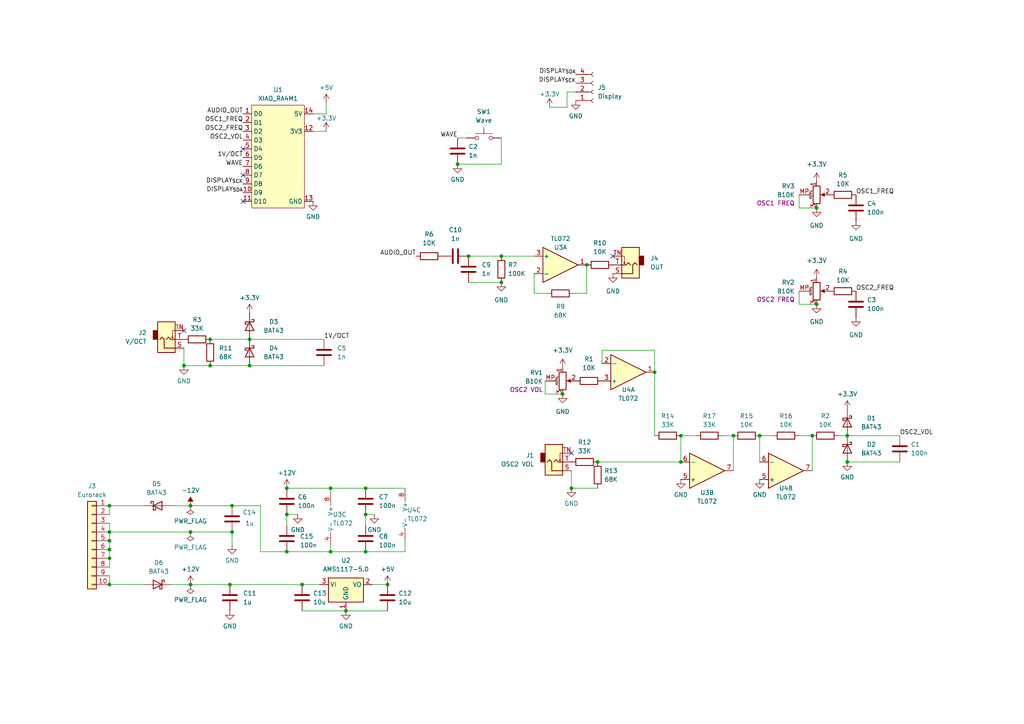
<source format=kicad_sch>
(kicad_sch (version 20231120) (generator "eeschema") (generator_version "8.0")
  (paper "A4")
  (lib_symbols
    (symbol "Amplifier_Operational:TL072" (pin_names (offset 0.127))
      (property "Reference" "U" (at 0 5.08 0))
      (property "Value" "TL072" (at 0 -5.08 0))
      (symbol "TL072_1_1"
        (polyline (pts (xy -5.08 5.08) (xy 5.08 0) (xy -5.08 -5.08) (xy -5.08 5.08)) (stroke (width 0.254)) (fill (type background)))
        (pin output line (at 7.62 0 180) (length 2.54) (name "~") (number "1"))
        (pin input line (at -7.62 -2.54 0) (length 2.54) (name "-") (number "2"))
        (pin input line (at -7.62 2.54 0) (length 2.54) (name "+") (number "3"))
      )
      (symbol "TL072_2_1"
        (polyline (pts (xy -5.08 5.08) (xy 5.08 0) (xy -5.08 -5.08) (xy -5.08 5.08)) (stroke (width 0.254)) (fill (type background)))
        (pin input line (at -7.62 2.54 0) (length 2.54) (name "+") (number "5"))
        (pin input line (at -7.62 -2.54 0) (length 2.54) (name "-") (number "6"))
        (pin output line (at 7.62 0 180) (length 2.54) (name "~") (number "7"))
      )
      (symbol "TL072_3_1"
        (pin power_in line (at -2.54 -7.62 90) (length 3.81) (name "V-") (number "4"))
        (pin power_in line (at -2.54 7.62 270) (length 3.81) (name "V+") (number "8"))
      )
    )
    (symbol "Connector:Conn_01x04_Socket" (pin_names (offset 1.016) hide)
      (property "Reference" "J" (at 0 5.08 0))
      (property "Value" "Conn_01x04_Socket" (at 0 -7.62 0))
      (symbol "Conn_01x04_Socket_1_1"
        (arc (start 0 -4.572) (mid -0.5058 -5.08) (end 0 -5.588) (stroke (width 0.1524)))
        (arc (start 0 -2.032) (mid -0.5058 -2.54) (end 0 -3.048) (stroke (width 0.1524)))
        (polyline (pts (xy -1.27 -5.08) (xy -0.508 -5.08)) (stroke (width 0.1524)))
        (polyline (pts (xy -1.27 -2.54) (xy -0.508 -2.54)) (stroke (width 0.1524)))
        (polyline (pts (xy -1.27 0) (xy -0.508 0)) (stroke (width 0.1524)))
        (polyline (pts (xy -1.27 2.54) (xy -0.508 2.54)) (stroke (width 0.1524)))
        (arc (start 0 0.508) (mid -0.5058 0) (end 0 -0.508) (stroke (width 0.1524)))
        (arc (start 0 3.048) (mid -0.5058 2.54) (end 0 2.032) (stroke (width 0.1524)))
        (pin passive line (at -5.08 2.54 0) (length 3.81) (name "Pin_1") (number "1"))
        (pin passive line (at -5.08 0 0) (length 3.81) (name "Pin_2") (number "2"))
        (pin passive line (at -5.08 -2.54 0) (length 3.81) (name "Pin_3") (number "3"))
        (pin passive line (at -5.08 -5.08 0) (length 3.81) (name "Pin_4") (number "4"))
      )
    )
    (symbol "Connector_Audio:AudioJack2_SwitchT"
      (property "Reference" "J" (at 0 8.89 0))
      (property "Value" "AudioJack2_SwitchT" (at 0 6.35 0))
      (symbol "AudioJack2_SwitchT_0_1"
        (rectangle (start -2.54 0) (end -3.81 -2.54) (stroke (width 0.254)) (fill (type outline)))
        (polyline (pts (xy 1.778 -0.254) (xy 2.032 -0.762)))
        (polyline (pts (xy 0 0) (xy 0.635 -0.635) (xy 1.27 0) (xy 2.54 0)) (stroke (width 0.254)))
        (polyline (pts (xy 2.54 -2.54) (xy 1.778 -2.54) (xy 1.778 -0.254) (xy 1.524 -0.762)))
        (polyline (pts (xy 2.54 2.54) (xy -0.635 2.54) (xy -0.635 0) (xy -1.27 -0.635) (xy -1.905 0)) (stroke (width 0.254)))
        (rectangle (start 2.54 3.81) (end -2.54 -5.08) (stroke (width 0.254)) (fill (type background)))
      )
      (symbol "AudioJack2_SwitchT_1_1"
        (pin passive line (at 5.08 2.54 180) (length 2.54) (name "~") (number "S"))
        (pin passive line (at 5.08 0 180) (length 2.54) (name "~") (number "T"))
        (pin passive line (at 5.08 -2.54 180) (length 2.54) (name "~") (number "TN"))
      )
    )
    (symbol "Connector_Generic:Conn_01x10" (pin_names (offset 1.016) hide)
      (property "Reference" "J" (at 0 12.7 0))
      (property "Value" "Conn_01x10" (at 0 -15.24 0))
      (symbol "Conn_01x10_1_1"
        (rectangle (start -1.27 -12.573) (end 0 -12.827) (stroke (width 0.1524)))
        (rectangle (start -1.27 -10.033) (end 0 -10.287) (stroke (width 0.1524)))
        (rectangle (start -1.27 -7.493) (end 0 -7.747) (stroke (width 0.1524)))
        (rectangle (start -1.27 -4.953) (end 0 -5.207) (stroke (width 0.1524)))
        (rectangle (start -1.27 -2.413) (end 0 -2.667) (stroke (width 0.1524)))
        (rectangle (start -1.27 0.127) (end 0 -0.127) (stroke (width 0.1524)))
        (rectangle (start -1.27 2.667) (end 0 2.413) (stroke (width 0.1524)))
        (rectangle (start -1.27 5.207) (end 0 4.953) (stroke (width 0.1524)))
        (rectangle (start -1.27 7.747) (end 0 7.493) (stroke (width 0.1524)))
        (rectangle (start -1.27 10.287) (end 0 10.033) (stroke (width 0.1524)))
        (rectangle (start -1.27 11.43) (end 1.27 -13.97) (stroke (width 0.254)) (fill (type background)))
        (pin passive line (at -5.08 10.16 0) (length 3.81) (name "Pin_1") (number "1"))
        (pin passive line (at -5.08 -12.7 0) (length 3.81) (name "Pin_10") (number "10"))
        (pin passive line (at -5.08 7.62 0) (length 3.81) (name "Pin_2") (number "2"))
        (pin passive line (at -5.08 5.08 0) (length 3.81) (name "Pin_3") (number "3"))
        (pin passive line (at -5.08 2.54 0) (length 3.81) (name "Pin_4") (number "4"))
        (pin passive line (at -5.08 0 0) (length 3.81) (name "Pin_5") (number "5"))
        (pin passive line (at -5.08 -2.54 0) (length 3.81) (name "Pin_6") (number "6"))
        (pin passive line (at -5.08 -5.08 0) (length 3.81) (name "Pin_7") (number "7"))
        (pin passive line (at -5.08 -7.62 0) (length 3.81) (name "Pin_8") (number "8"))
        (pin passive line (at -5.08 -10.16 0) (length 3.81) (name "Pin_9") (number "9"))
      )
    )
    (symbol "Device:C" (pin_numbers hide) (pin_names (offset 0.254))
      (property "Reference" "C" (at 0.635 2.54 0))
      (property "Value" "C" (at 0.635 -2.54 0))
      (symbol "C_0_1"
        (polyline (pts (xy -2.032 -0.762) (xy 2.032 -0.762)) (stroke (width 0.508)))
        (polyline (pts (xy -2.032 0.762) (xy 2.032 0.762)) (stroke (width 0.508)))
      )
      (symbol "C_1_1"
        (pin passive line (at 0 3.81 270) (length 2.794) (name "~") (number "1"))
        (pin passive line (at 0 -3.81 90) (length 2.794) (name "~") (number "2"))
      )
    )
    (symbol "Device:R" (pin_numbers hide) (pin_names (offset 0))
      (property "Reference" "R" (at 2.032 0 90))
      (property "Value" "R" (at 0 0 90))
      (symbol "R_0_1"
        (rectangle (start -1.016 -2.54) (end 1.016 2.54) (stroke (width 0.254)))
      )
      (symbol "R_1_1"
        (pin passive line (at 0 3.81 270) (length 1.27) (name "~") (number "1"))
        (pin passive line (at 0 -3.81 90) (length 1.27) (name "~") (number "2"))
      )
    )
    (symbol "Device:R_Potentiometer_MountingPin" (pin_names (offset 1.016) hide)
      (property "Reference" "RV" (at -8.255 0 90))
      (property "Value" "R_Potentiometer_MountingPin" (at -6.35 0 90))
      (symbol "R_Potentiometer_MountingPin_0_1"
        (polyline (pts (xy 2.54 0) (xy 1.524 0)))
        (polyline (pts (xy 1.143 0) (xy 2.286 0.508) (xy 2.286 -0.508)) (fill (type outline)))
        (rectangle (start 1.016 2.54) (end -1.016 -2.54) (stroke (width 0.254)))
      )
      (symbol "R_Potentiometer_MountingPin_1_1"
        (polyline (pts (xy -2.032 1.016) (xy -2.032 -1.016)) (stroke (width 0.1524)))
        (text "Mounting" (at -1.651 0 900) (effects (font (size 0.381 0.381))))
        (pin passive line (at 0 3.81 270) (length 1.27) (name "1") (number "1"))
        (pin passive line (at 3.81 0 180) (length 1.27) (name "2") (number "2"))
        (pin passive line (at 0 -3.81 90) (length 1.27) (name "3") (number "3"))
        (pin passive line (at -5.08 0 0) (length 3.048) (name "MountPin") (number "MP"))
      )
    )
    (symbol "Diode:BAT43W-V" (pin_numbers hide) (pin_names (offset 1.016) hide)
      (property "Reference" "D" (at 0 2.54 0))
      (property "Value" "BAT43W-V" (at 0 -2.54 0))
      (symbol "BAT43W-V_0_1"
        (polyline (pts (xy 1.27 0) (xy -1.27 0)))
        (polyline (pts (xy 1.27 1.27) (xy 1.27 -1.27) (xy -1.27 0) (xy 1.27 1.27)) (stroke (width 0.254)))
        (polyline (pts (xy -1.905 0.635) (xy -1.905 1.27) (xy -1.27 1.27) (xy -1.27 -1.27) (xy -0.635 -1.27) (xy -0.635 -0.635)) (stroke (width 0.254)))
      )
      (symbol "BAT43W-V_1_1"
        (pin passive line (at -3.81 0 0) (length 2.54) (name "K") (number "1"))
        (pin passive line (at 3.81 0 180) (length 2.54) (name "A") (number "2"))
      )
    )
    (symbol "PCM_4ms_Power-symbol:+3.3V" (power) (pin_names (offset 0))
      (property "Value" "+3.3V" (at 0 3.556 0))
      (symbol "+3.3V_0_1"
        (polyline (pts (xy -0.762 1.27) (xy 0 2.54)))
        (polyline (pts (xy 0 0) (xy 0 2.54)))
        (polyline (pts (xy 0 2.54) (xy 0.762 1.27)))
      )
      (symbol "+3.3V_1_1"
        (pin power_in line (at 0 0 90) (length 0) hide (name "+3V3") (number "1"))
      )
    )
    (symbol "PCM_4ms_Power-symbol:PWR_FLAG" (power) (pin_numbers hide) (pin_names (offset 0) hide)
      (property "Value" "PWR_FLAG" (at 0 3.81 0))
      (symbol "PWR_FLAG_0_0"
        (pin power_out line (at 0 0 90) (length 0) (name "pwr") (number "1"))
      )
      (symbol "PWR_FLAG_0_1"
        (polyline (pts (xy 0 0) (xy 0 1.27) (xy -1.016 1.905) (xy 0 2.54) (xy 1.016 1.905) (xy 0 1.27)))
      )
    )
    (symbol "Regulator_Linear:AMS1117-5.0"
      (property "Reference" "U" (at -3.81 3.175 0))
      (property "Value" "AMS1117-5.0" (at 0 3.175 0))
      (symbol "AMS1117-5.0_0_1"
        (rectangle (start -5.08 -5.08) (end 5.08 1.905) (stroke (width 0.254)) (fill (type background)))
      )
      (symbol "AMS1117-5.0_1_1"
        (pin power_in line (at 0 -7.62 90) (length 2.54) (name "GND") (number "1"))
        (pin power_out line (at 7.62 0 180) (length 2.54) (name "VO") (number "2"))
        (pin power_in line (at -7.62 0 0) (length 2.54) (name "VI") (number "3"))
      )
    )
    (symbol "Switch:SW_Push" (pin_numbers hide) (pin_names (offset 1.016) hide)
      (property "Reference" "SW" (at 1.27 2.54 0))
      (property "Value" "SW_Push" (at 0 -1.524 0))
      (symbol "SW_Push_0_1"
        (circle (center -2.032 0) (radius 0.508))
        (polyline (pts (xy 0 1.27) (xy 0 3.048)))
        (polyline (pts (xy 2.54 1.27) (xy -2.54 1.27)))
        (circle (center 2.032 0) (radius 0.508))
        (pin passive line (at -5.08 0 0) (length 2.54) (name "1") (number "1"))
        (pin passive line (at 5.08 0 180) (length 2.54) (name "2") (number "2"))
      )
    )
    (symbol "Symbols:XIAO_RA4M1_Basic"
      (property "Reference" "U" (at 10.16 7.112 0))
      (property "Value" "XIAO_RA4M1_Basic" (at 10.414 4.318 0))
      (symbol "XIAO_RA4M1_Basic_1_1"
        (rectangle (start 2.54 2.54) (end 17.78 -27.305) (fill (type background)))
        (pin bidirectional line (at 0 0 0) (length 2.54) (name "D0") (number "1"))
        (pin bidirectional line (at 0 -22.86 0) (length 2.54) (name "D9") (number "10"))
        (pin bidirectional line (at 0 -25.4 0) (length 2.54) (name "D10") (number "11"))
        (pin power_out line (at 20.32 -5.08 180) (length 2.54) (name "3V3") (number "12"))
        (pin power_in line (at 20.32 -25.4 180) (length 2.54) (name "GND") (number "13"))
        (pin power_in line (at 20.32 0 180) (length 2.54) (name "5V") (number "14"))
        (pin bidirectional line (at 0 -2.54 0) (length 2.54) (name "D1") (number "2"))
        (pin bidirectional line (at 0 -5.08 0) (length 2.54) (name "D2") (number "3"))
        (pin bidirectional line (at 0 -7.62 0) (length 2.54) (name "D3") (number "4"))
        (pin bidirectional line (at 0 -10.16 0) (length 2.54) (name "D4") (number "5"))
        (pin bidirectional line (at 0 -12.7 0) (length 2.54) (name "D5") (number "6"))
        (pin bidirectional line (at 0 -15.24 0) (length 2.54) (name "D6") (number "7"))
        (pin bidirectional line (at 0 -17.78 0) (length 2.54) (name "D7") (number "8"))
        (pin bidirectional line (at 0 -20.32 0) (length 2.54) (name "D8") (number "9"))
      )
    )
    (symbol "power:+12V" (power) (pin_numbers hide) (pin_names (offset 0) hide)
      (property "Value" "+12V" (at 0 3.556 0))
      (symbol "+12V_0_1"
        (polyline (pts (xy -0.762 1.27) (xy 0 2.54)))
        (polyline (pts (xy 0 0) (xy 0 2.54)))
        (polyline (pts (xy 0 2.54) (xy 0.762 1.27)))
      )
      (symbol "+12V_1_1"
        (pin power_in line (at 0 0 90) (length 0) (name "~") (number "1"))
      )
    )
    (symbol "power:+3.3V" (power) (pin_numbers hide) (pin_names (offset 0) hide)
      (property "Value" "+3.3V" (at 0 3.556 0))
      (symbol "+3.3V_0_1"
        (polyline (pts (xy -0.762 1.27) (xy 0 2.54)))
        (polyline (pts (xy 0 0) (xy 0 2.54)))
        (polyline (pts (xy 0 2.54) (xy 0.762 1.27)))
      )
      (symbol "+3.3V_1_1"
        (pin power_in line (at 0 0 90) (length 0) (name "~") (number "1"))
      )
    )
    (symbol "power:+5V" (power) (pin_numbers hide) (pin_names (offset 0) hide)
      (property "Value" "+5V" (at 0 3.556 0))
      (symbol "+5V_0_1"
        (polyline (pts (xy -0.762 1.27) (xy 0 2.54)))
        (polyline (pts (xy 0 0) (xy 0 2.54)))
        (polyline (pts (xy 0 2.54) (xy 0.762 1.27)))
      )
      (symbol "+5V_1_1"
        (pin power_in line (at 0 0 90) (length 0) (name "~") (number "1"))
      )
    )
    (symbol "power:-12V" (power) (pin_numbers hide) (pin_names (offset 0) hide)
      (property "Value" "-12V" (at 0 3.556 0))
      (symbol "-12V_0_0"
        (pin power_in line (at 0 0 90) (length 0) (name "~") (number "1"))
      )
      (symbol "-12V_0_1"
        (polyline (pts (xy 0 0) (xy 0 1.27) (xy 0.762 1.27) (xy 0 2.54) (xy -0.762 1.27) (xy 0 1.27)) (fill (type outline)))
      )
    )
    (symbol "power:GND" (power) (pin_numbers hide) (pin_names (offset 0) hide)
      (property "Value" "GND" (at 0 -3.81 0))
      (symbol "GND_0_1"
        (polyline (pts (xy 0 0) (xy 0 -1.27) (xy 1.27 -1.27) (xy 0 -2.54) (xy -1.27 -1.27) (xy 0 -1.27)))
      )
      (symbol "GND_1_1"
        (pin power_in line (at 0 0 270) (length 0) (name "~") (number "1"))
      )
    )
  )
  (junction (at 106.045 160.02))
  (junction (at 83.185 160.02))
  (junction (at 95.885 160.02))
  (junction (at 173.355 133.985))
  (junction (at 236.855 88.265))
  (junction (at 135.89 74.295))
  (junction (at 165.735 141.605))
  (junction (at 106.045 141.605))
  (junction (at 60.96 106.045))
  (junction (at 31.75 159.385))
  (junction (at 55.245 146.685))
  (junction (at 163.195 114.3))
  (junction (at 197.485 133.985))
  (junction (at 145.415 74.295))
  (junction (at 100.33 177.165))
  (junction (at 212.725 126.365))
  (junction (at 87.63 169.545))
  (junction (at 235.585 126.365))
  (junction (at 236.855 60.325))
  (junction (at 245.745 126.365))
  (junction (at 67.31 154.305))
  (junction (at 55.245 154.305))
  (junction (at 67.31 146.685))
  (junction (at 60.96 98.425))
  (junction (at 31.75 161.925))
  (junction (at 245.745 133.985))
  (junction (at 189.865 107.95))
  (junction (at 53.34 106.045))
  (junction (at 112.395 169.545))
  (junction (at 31.75 156.845))
  (junction (at 106.045 149.225))
  (junction (at 66.675 169.545))
  (junction (at 72.39 106.045))
  (junction (at 55.245 169.545))
  (junction (at 72.39 98.425))
  (junction (at 83.185 141.605))
  (junction (at 220.345 126.365))
  (junction (at 83.185 149.225))
  (junction (at 170.18 76.835))
  (junction (at 95.885 141.605))
  (junction (at 31.75 169.545))
  (junction (at 132.715 47.625))
  (junction (at 145.415 81.915))
  (junction (at 31.75 154.305))
  (junction (at 31.75 146.685))
  (junction (at 197.485 126.365))
  (no_connect (at 70.485 50.8))
  (no_connect (at 70.485 43.18))
  (no_connect (at 177.8 74.295))
  (no_connect (at 165.735 131.445))
  (no_connect (at 53.34 95.885))
  (no_connect (at 70.485 58.42))
  (wire (pts (xy 31.75 154.305) (xy 31.75 156.845)))
  (wire (pts (xy 154.94 85.09) (xy 158.75 85.09)))
  (wire (pts (xy 197.485 126.365) (xy 201.93 126.365)))
  (wire (pts (xy 55.245 169.545) (xy 66.675 169.545)))
  (wire (pts (xy 55.245 146.685) (xy 67.31 146.685)))
  (wire (pts (xy 95.885 158.115) (xy 95.885 160.02)))
  (wire (pts (xy 197.485 133.985) (xy 173.355 133.985)))
  (wire (pts (xy 231.775 56.515) (xy 231.775 60.325)))
  (wire (pts (xy 106.045 160.02) (xy 117.475 160.02)))
  (wire (pts (xy 132.715 40.005) (xy 135.255 40.005)))
  (wire (pts (xy 117.475 141.605) (xy 106.045 141.605)))
  (wire (pts (xy 75.565 146.685) (xy 67.31 146.685)))
  (wire (pts (xy 94.615 33.02) (xy 94.615 29.845)))
  (wire (pts (xy 106.045 149.225) (xy 106.045 152.4)))
  (wire (pts (xy 164.465 31.115) (xy 164.465 26.67)))
  (wire (pts (xy 231.775 60.325) (xy 236.855 60.325)))
  (wire (pts (xy 170.18 85.09) (xy 170.18 76.835)))
  (wire (pts (xy 231.775 126.365) (xy 235.585 126.365)))
  (wire (pts (xy 159.385 31.115) (xy 164.465 31.115)))
  (wire (pts (xy 86.36 149.225) (xy 83.185 149.225)))
  (wire (pts (xy 243.205 126.365) (xy 245.745 126.365)))
  (wire (pts (xy 90.805 38.1) (xy 94.615 38.1)))
  (wire (pts (xy 67.31 158.115) (xy 67.31 154.305)))
  (wire (pts (xy 107.95 169.545) (xy 112.395 169.545)))
  (wire (pts (xy 31.75 146.685) (xy 31.75 149.225)))
  (wire (pts (xy 231.775 88.265) (xy 236.855 88.265)))
  (wire (pts (xy 95.885 141.605) (xy 95.885 142.875)))
  (wire (pts (xy 117.475 156.845) (xy 117.475 160.02)))
  (wire (pts (xy 75.565 160.02) (xy 75.565 146.685)))
  (wire (pts (xy 166.37 85.09) (xy 170.18 85.09)))
  (wire (pts (xy 53.34 106.045) (xy 60.96 106.045)))
  (wire (pts (xy 189.865 101.6) (xy 189.865 107.95)))
  (wire (pts (xy 87.63 177.165) (xy 100.33 177.165)))
  (wire (pts (xy 31.75 167.005) (xy 31.75 169.545)))
  (wire (pts (xy 106.045 149.225) (xy 108.585 149.225)))
  (wire (pts (xy 145.415 74.295) (xy 154.94 74.295)))
  (wire (pts (xy 135.89 81.915) (xy 145.415 81.915)))
  (wire (pts (xy 49.53 146.685) (xy 55.245 146.685)))
  (wire (pts (xy 31.75 146.685) (xy 41.91 146.685)))
  (wire (pts (xy 231.775 84.455) (xy 231.775 88.265)))
  (wire (pts (xy 31.75 151.765) (xy 31.75 154.305)))
  (wire (pts (xy 31.75 169.545) (xy 41.91 169.545)))
  (wire (pts (xy 60.96 98.425) (xy 72.39 98.425)))
  (wire (pts (xy 245.745 133.985) (xy 260.985 133.985)))
  (wire (pts (xy 83.185 149.225) (xy 83.185 152.4)))
  (wire (pts (xy 158.115 114.3) (xy 163.195 114.3)))
  (wire (pts (xy 72.39 106.045) (xy 93.98 106.045)))
  (wire (pts (xy 49.53 169.545) (xy 55.245 169.545)))
  (wire (pts (xy 95.885 141.605) (xy 106.045 141.605)))
  (wire (pts (xy 94.615 33.02) (xy 90.805 33.02)))
  (wire (pts (xy 83.185 160.02) (xy 75.565 160.02)))
  (wire (pts (xy 66.675 169.545) (xy 87.63 169.545)))
  (wire (pts (xy 31.75 161.925) (xy 31.75 164.465)))
  (wire (pts (xy 87.63 169.545) (xy 92.71 169.545)))
  (wire (pts (xy 31.75 154.305) (xy 55.245 154.305)))
  (wire (pts (xy 95.885 160.02) (xy 106.045 160.02)))
  (wire (pts (xy 245.745 126.365) (xy 260.985 126.365)))
  (wire (pts (xy 165.735 141.605) (xy 165.735 136.525)))
  (wire (pts (xy 158.115 110.49) (xy 158.115 114.3)))
  (wire (pts (xy 145.415 47.625) (xy 132.715 47.625)))
  (wire (pts (xy 83.185 141.605) (xy 95.885 141.605)))
  (wire (pts (xy 72.39 98.425) (xy 93.98 98.425)))
  (wire (pts (xy 209.55 126.365) (xy 212.725 126.365)))
  (wire (pts (xy 220.345 126.365) (xy 220.345 133.985)))
  (wire (pts (xy 224.155 126.365) (xy 220.345 126.365)))
  (wire (pts (xy 154.94 79.375) (xy 154.94 85.09)))
  (wire (pts (xy 31.75 156.845) (xy 31.75 159.385)))
  (wire (pts (xy 135.89 74.295) (xy 145.415 74.295)))
  (wire (pts (xy 100.33 177.165) (xy 112.395 177.165)))
  (wire (pts (xy 165.735 141.605) (xy 173.355 141.605)))
  (wire (pts (xy 189.865 126.365) (xy 189.865 107.95)))
  (wire (pts (xy 83.185 160.02) (xy 95.885 160.02)))
  (wire (pts (xy 53.34 100.965) (xy 53.34 106.045)))
  (wire (pts (xy 174.625 101.6) (xy 189.865 101.6)))
  (wire (pts (xy 60.96 106.045) (xy 72.39 106.045)))
  (wire (pts (xy 197.485 126.365) (xy 197.485 133.985)))
  (wire (pts (xy 55.245 154.305) (xy 67.31 154.305)))
  (wire (pts (xy 174.625 105.41) (xy 174.625 101.6)))
  (wire (pts (xy 212.725 126.365) (xy 212.725 136.525)))
  (wire (pts (xy 145.415 40.005) (xy 145.415 47.625)))
  (wire (pts (xy 235.585 126.365) (xy 235.585 136.525)))
  (wire (pts (xy 31.75 159.385) (xy 31.75 161.925)))
  (wire (pts (xy 164.465 26.67) (xy 167.005 26.67)))
  (label "WAVE" (at 132.715 40.005 180))
  (label "OSC2_FREQ" (at 248.285 84.455 0))
  (label "OSC1_FREQ" (at 248.285 56.515 0))
  (label "OSC2_VOL" (at 70.485 40.64 180))
  (label "AUDIO_OUT" (at 120.65 74.295 180))
  (label "DISPLAY_{SDA}" (at 70.485 55.88 180))
  (label "DISPLAY_{SDA}" (at 167.005 21.59 180))
  (label "WAVE" (at 70.485 48.26 180))
  (label "OSC2_VOL" (at 260.985 126.365 0))
  (label "OSC2_FREQ" (at 70.485 38.1 180))
  (label "OSC1_FREQ" (at 70.485 35.56 180))
  (label "1V{slash}OCT" (at 93.98 98.425 0))
  (label "1V{slash}OCT" (at 70.485 45.72 180))
  (label "DISPLAY_{SCK}" (at 70.485 53.34 180))
  (label "DISPLAY_{SCK}" (at 167.005 24.13 180))
  (label "AUDIO_OUT" (at 70.485 33.02 180))
  (symbol (lib_id "Device:C") (at 248.285 60.325 180) (unit 1)
    (property "Reference" "C4" (at 251.46 59.0549 0) (effects (justify right)))
    (property "Value" "100n" (at 251.46 61.5949 0) (effects (justify right)))
    (property "Footprint" "Library:C_0805_2012Metric_Pad1.18x1.45mm_HandSolder" (effects (hide yes)))
    (property "Description" "Unpolarized capacitor" (effects (hide yes)))
  )
  (symbol (lib_id "power:+3.3V") (at 245.745 118.745 0) (unit 1)
    (property "Reference" "#PWR022" (effects (hide yes)))
    (property "Value" "+3.3V" (at 245.745 114.3 0))
    (property "Description" "Power symbol creates a global label with name \"+3.3V\"" (effects (hide yes)))
  )
  (symbol (lib_id "power:GND") (at 236.855 88.265 0) (unit 1)
    (property "Reference" "#PWR015" (effects (hide yes)))
    (property "Value" "GND" (at 236.855 93.345 0))
    (property "Description" "Power symbol creates a global label with name \"GND\" , ground" (effects (hide yes)))
  )
  (symbol (lib_id "Connector_Audio:AudioJack2_SwitchT") (at 160.655 133.985 0) (mirror x) (unit 1)
    (property "Reference" "J1" (at 154.94 132.0799 0) (effects (justify right)))
    (property "Value" "OSC2 VOL" (at 154.94 134.6199 0) (effects (justify right)))
    (property "Footprint" "Library:Jack_3.5mm_QingPu_WQP-PJ398SM_Vertical_CircularHoles" (effects (hide yes)))
    (property "Description" "Audio Jack, 2 Poles (Mono / TS), Switched T Pole (Normalling)" (effects (hide yes)))
  )
  (symbol (lib_id "power:+3.3V") (at 236.855 80.645 0) (unit 1)
    (property "Reference" "#PWR016" (effects (hide yes)))
    (property "Value" "+3.3V" (at 236.855 75.565 0))
    (property "Description" "Power symbol creates a global label with name \"+3.3V\"" (effects (hide yes)))
  )
  (symbol (lib_id "Device:C") (at 66.675 173.355 180) (unit 1)
    (property "Reference" "C11" (at 70.485 172.0849 0) (effects (justify right)))
    (property "Value" "1u" (at 70.485 174.6249 0) (effects (justify right)))
    (property "Footprint" "Library:C_0805_2012Metric_Pad1.18x1.45mm_HandSolder" (effects (hide yes)))
    (property "Description" "Unpolarized capacitor" (effects (hide yes)))
  )
  (symbol (lib_id "Amplifier_Operational:TL072") (at 162.56 76.835 0) (unit 1)
    (property "Reference" "U3" (at 162.56 71.755 0))
    (property "Value" "TL072" (at 162.56 69.215 0))
    (property "Footprint" "Package_SO:SOIC-8_3.9x4.9mm_P1.27mm" (effects (hide yes)))
    (property "Datasheet" "http://www.ti.com/lit/ds/symlink/tl071.pdf" (effects (hide yes)))
    (property "Description" "Dual Low-Noise JFET-Input Operational Amplifiers, DIP-8/SOIC-8" (effects (hide yes)))
  )
  (symbol (lib_id "Amplifier_Operational:TL072") (at 120.015 149.225 0) (unit 3)
    (property "Reference" "U4" (at 118.11 147.9549 0) (effects (justify left)))
    (property "Value" "TL072" (at 118.11 150.4949 0) (effects (justify left)))
    (property "Footprint" "Package_SO:SOIC-8_3.9x4.9mm_P1.27mm" (effects (hide yes)))
    (property "Datasheet" "http://www.ti.com/lit/ds/symlink/tl071.pdf" (effects (hide yes)))
    (property "Description" "Dual Low-Noise JFET-Input Operational Amplifiers, DIP-8/SOIC-8" (effects (hide yes)))
  )
  (symbol (lib_id "power:GND") (at 67.31 158.115 0) (unit 1)
    (property "Reference" "#PWR02" (effects (hide yes)))
    (property "Value" "GND" (at 67.31 162.56 0))
    (property "Description" "Power symbol creates a global label with name \"GND\" , ground" (effects (hide yes)))
  )
  (symbol (lib_id "Device:R_Potentiometer_MountingPin") (at 236.855 56.515 0) (unit 1)
    (property "Reference" "RV3" (at 230.505 53.975 0) (effects (justify right)))
    (property "Value" "B10K" (at 230.505 56.515 0) (effects (justify right)))
    (property "Footprint" "Library:Potentiometer_Alpha_RD901F-40-00D_Single_Vertical" (effects (hide yes)))
    (property "Description" "Potentiometer with a mounting pin" (effects (hide yes)))
    (property "Name" "OSC1 FREQ" (at 230.505 58.9282 0) (effects (justify right)))
  )
  (symbol (lib_id "Connector:Conn_01x04_Socket") (at 172.085 26.67 0) (mirror x) (unit 1)
    (property "Reference" "J5" (at 173.355 25.4 0) (effects (justify left)))
    (property "Value" "Display" (at 173.355 27.94 0) (effects (justify left)))
    (property "Footprint" "Library:0.42_OLED" (effects (hide yes)))
    (property "Description" "Generic connector, single row, 01x04, script generated" (effects (hide yes)))
  )
  (symbol (lib_id "power:+12V") (at 55.245 169.545 0) (unit 1)
    (property "Reference" "#PWR01" (effects (hide yes)))
    (property "Value" "+12V" (at 55.245 165.1 0))
    (property "Description" "Power symbol creates a global label with name \"+12V\"" (effects (hide yes)))
  )
  (symbol (lib_id "Device:R") (at 60.96 102.235 180) (unit 1)
    (property "Reference" "R11" (at 63.5 100.9649 0) (effects (justify right)))
    (property "Value" "68K" (at 63.5 103.5049 0) (effects (justify right)))
    (property "Footprint" "Library:R_0805_2012Metric_Pad1.20x1.40mm_HandSolder" (effects (hide yes)))
    (property "Description" "Resistor" (effects (hide yes)))
  )
  (symbol (lib_id "Device:C") (at 83.185 156.21 180) (unit 1)
    (property "Reference" "C15" (at 86.995 155.575 0) (effects (justify right)))
    (property "Value" "100n" (at 86.995 158.115 0) (effects (justify right)))
    (property "Footprint" "Library:C_0805_2012Metric_Pad1.18x1.45mm_HandSolder" (effects (hide yes)))
    (property "Description" "Unpolarized capacitor" (effects (hide yes)))
  )
  (symbol (lib_id "power:GND") (at 53.34 106.045 0) (unit 1)
    (property "Reference" "#PWR026" (effects (hide yes)))
    (property "Value" "GND" (at 53.34 110.49 0))
    (property "Description" "Power symbol creates a global label with name \"GND\" , ground" (effects (hide yes)))
  )
  (symbol (lib_id "Device:R") (at 227.965 126.365 90) (unit 1)
    (property "Reference" "R16" (at 227.965 120.65 90))
    (property "Value" "10K" (at 227.965 123.19 90))
    (property "Footprint" "Library:R_0805_2012Metric_Pad1.20x1.40mm_HandSolder" (effects (hide yes)))
    (property "Description" "Resistor" (effects (hide yes)))
  )
  (symbol (lib_id "PCM_4ms_Power-symbol:PWR_FLAG") (at 55.245 146.685 0) (mirror x) (unit 1)
    (property "Reference" "#FLG01" (effects (hide yes)))
    (property "Value" "PWR_FLAG" (at 55.245 151.13 0))
  )
  (symbol (lib_id "Symbols:XIAO_RA4M1_Basic") (at 70.485 33.02 0) (unit 1)
    (property "Reference" "U1" (at 80.645 26.035 0))
    (property "Value" "XIAO_RA4M1" (at 80.645 28.575 0))
    (property "Footprint" "Library:Seeed XIAO RA4M1 Basic" (effects (hide yes)))
    (property "Datasheet" "https://wiki.seeedstudio.com/getting_started_xiao_ra4m1/" (effects (hide yes)))
    (property "Description" "Seeed Studio XIAO RA4M1" (effects (hide yes)))
  )
  (symbol (lib_id "Device:R") (at 162.56 85.09 270) (unit 1)
    (property "Reference" "R9" (at 162.56 88.9 90))
    (property "Value" "68K" (at 162.56 91.44 90))
    (property "Footprint" "Library:R_0805_2012Metric_Pad1.20x1.40mm_HandSolder" (effects (hide yes)))
    (property "Description" "Resistor" (effects (hide yes)))
  )
  (symbol (lib_id "Diode:BAT43W-V") (at 245.745 130.175 270) (unit 1)
    (property "Reference" "D2" (at 252.73 128.905 90))
    (property "Value" "BAT43" (at 252.73 131.445 90))
    (property "Footprint" "Library:D_SOD-123" (effects (hide yes)))
    (property "Datasheet" "http://www.vishay.com/docs/85660/bat42.pdf" (effects (hide yes)))
    (property "Description" "30V 0.2A Small Signal Schottky diode, SOD-123" (effects (hide yes)))
  )
  (symbol (lib_id "Device:R_Potentiometer_MountingPin") (at 236.855 84.455 0) (unit 1)
    (property "Reference" "RV2" (at 230.505 81.915 0) (effects (justify right)))
    (property "Value" "B10K" (at 230.505 84.455 0) (effects (justify right)))
    (property "Footprint" "Library:Potentiometer_Alpha_RD901F-40-00D_Single_Vertical" (effects (hide yes)))
    (property "Description" "Potentiometer with a mounting pin" (effects (hide yes)))
    (property "Name" "OSC2 FREQ" (at 230.505 86.8682 0) (effects (justify right)))
  )
  (symbol (lib_id "Device:R") (at 145.415 78.105 180) (unit 1)
    (property "Reference" "R7" (at 147.32 76.8349 0) (effects (justify right)))
    (property "Value" "100K" (at 147.32 79.3749 0) (effects (justify right)))
    (property "Footprint" "Library:R_0805_2012Metric_Pad1.20x1.40mm_HandSolder" (effects (hide yes)))
    (property "Description" "Resistor" (effects (hide yes)))
  )
  (symbol (lib_id "power:GND") (at 197.485 139.065 0) (unit 1)
    (property "Reference" "#PWR020" (effects (hide yes)))
    (property "Value" "GND" (at 197.485 143.51 0))
    (property "Description" "Power symbol creates a global label with name \"GND\" , ground" (effects (hide yes)))
  )
  (symbol (lib_id "power:GND") (at 248.285 92.075 0) (unit 1)
    (property "Reference" "#PWR025" (effects (hide yes)))
    (property "Value" "GND" (at 248.285 97.155 0))
    (property "Description" "Power symbol creates a global label with name \"GND\" , ground" (effects (hide yes)))
  )
  (symbol (lib_id "power:GND") (at 248.285 64.135 0) (unit 1)
    (property "Reference" "#PWR024" (effects (hide yes)))
    (property "Value" "GND" (at 248.285 69.215 0))
    (property "Description" "Power symbol creates a global label with name \"GND\" , ground" (effects (hide yes)))
  )
  (symbol (lib_id "power:GND") (at 108.585 149.225 0) (unit 1)
    (property "Reference" "#PWR030" (effects (hide yes)))
    (property "Value" "GND" (at 108.585 153.67 0))
    (property "Description" "Power symbol creates a global label with name \"GND\" , ground" (effects (hide yes)))
  )
  (symbol (lib_id "PCM_4ms_Power-symbol:+3.3V") (at 159.385 31.115 0) (unit 1)
    (property "Reference" "#PWR032" (effects (hide yes)))
    (property "Value" "+3.3V" (at 159.385 27.305 0))
  )
  (symbol (lib_id "Diode:BAT43W-V") (at 45.72 146.685 0) (unit 1)
    (property "Reference" "D5" (at 45.4025 140.335 0))
    (property "Value" "BAT43" (at 45.4025 142.875 0))
    (property "Footprint" "Library:D_SOD-123" (effects (hide yes)))
    (property "Datasheet" "http://www.vishay.com/docs/85660/bat42.pdf" (effects (hide yes)))
    (property "Description" "30V 0.2A Small Signal Schottky diode, SOD-123" (effects (hide yes)))
  )
  (symbol (lib_id "power:GND") (at 165.735 141.605 0) (unit 1)
    (property "Reference" "#PWR019" (effects (hide yes)))
    (property "Value" "GND" (at 165.735 146.05 0))
    (property "Description" "Power symbol creates a global label with name \"GND\" , ground" (effects (hide yes)))
  )
  (symbol (lib_id "power:+3.3V") (at 163.195 106.68 0) (unit 1)
    (property "Reference" "#PWR014" (effects (hide yes)))
    (property "Value" "+3.3V" (at 163.195 101.6 0))
    (property "Description" "Power symbol creates a global label with name \"+3.3V\"" (effects (hide yes)))
  )
  (symbol (lib_id "power:GND") (at 163.195 114.3 0) (unit 1)
    (property "Reference" "#PWR013" (effects (hide yes)))
    (property "Value" "GND" (at 163.195 119.38 0))
    (property "Description" "Power symbol creates a global label with name \"GND\" , ground" (effects (hide yes)))
  )
  (symbol (lib_id "Regulator_Linear:AMS1117-5.0") (at 100.33 169.545 0) (unit 1)
    (property "Reference" "U2" (at 100.33 162.56 0))
    (property "Value" "AMS1117-5.0" (at 100.33 165.1 0))
    (property "Footprint" "Package_TO_SOT_SMD:SOT-223-3_TabPin2" (effects (hide yes)))
    (property "Datasheet" "http://www.advanced-monolithic.com/pdf/ds1117.pdf" (effects (hide yes)))
    (property "Description" "1A Low Dropout regulator, positive, 5.0V fixed output, SOT-223" (effects (hide yes)))
  )
  (symbol (lib_id "Device:C") (at 93.98 102.235 180) (unit 1)
    (property "Reference" "C5" (at 97.79 100.9649 0) (effects (justify right)))
    (property "Value" "1n" (at 97.79 103.5049 0) (effects (justify right)))
    (property "Footprint" "Library:C_0805_2012Metric_Pad1.18x1.45mm_HandSolder" (effects (hide yes)))
    (property "Description" "Unpolarized capacitor" (effects (hide yes)))
  )
  (symbol (lib_id "Device:R") (at 205.74 126.365 90) (unit 1)
    (property "Reference" "R17" (at 205.74 120.65 90))
    (property "Value" "33K" (at 205.74 123.19 90))
    (property "Footprint" "Library:R_0805_2012Metric_Pad1.20x1.40mm_HandSolder" (effects (hide yes)))
    (property "Description" "Resistor" (effects (hide yes)))
  )
  (symbol (lib_id "Device:R") (at 244.475 56.515 90) (unit 1)
    (property "Reference" "R5" (at 244.475 50.8 90))
    (property "Value" "10K" (at 244.475 53.34 90))
    (property "Footprint" "Library:R_0805_2012Metric_Pad1.20x1.40mm_HandSolder" (effects (hide yes)))
    (property "Description" "Resistor" (effects (hide yes)))
  )
  (symbol (lib_id "Device:C") (at 112.395 173.355 180) (unit 1)
    (property "Reference" "C12" (at 115.57 172.0849 0) (effects (justify right)))
    (property "Value" "10u" (at 115.57 174.6249 0) (effects (justify right)))
    (property "Footprint" "Library:C_0805_2012Metric_Pad1.18x1.45mm_HandSolder" (effects (hide yes)))
    (property "Description" "Unpolarized capacitor" (effects (hide yes)))
  )
  (symbol (lib_id "Device:C") (at 260.985 130.175 180) (unit 1)
    (property "Reference" "C1" (at 264.16 128.9049 0) (effects (justify right)))
    (property "Value" "100n" (at 264.16 131.4449 0) (effects (justify right)))
    (property "Footprint" "Library:C_0805_2012Metric_Pad1.18x1.45mm_HandSolder" (effects (hide yes)))
    (property "Description" "Unpolarized capacitor" (effects (hide yes)))
  )
  (symbol (lib_id "power:GND") (at 177.8 79.375 0) (unit 1)
    (property "Reference" "#PWR028" (effects (hide yes)))
    (property "Value" "GND" (at 177.8 84.455 0))
    (property "Description" "Power symbol creates a global label with name \"GND\" , ground" (effects (hide yes)))
  )
  (symbol (lib_id "power:GND") (at 132.715 47.625 0) (unit 1)
    (property "Reference" "#PWR010" (effects (hide yes)))
    (property "Value" "GND" (at 132.715 52.07 0))
    (property "Description" "Power symbol creates a global label with name \"GND\" , ground" (effects (hide yes)))
  )
  (symbol (lib_id "power:+12V") (at 83.185 141.605 0) (unit 1)
    (property "Reference" "#PWR012" (effects (hide yes)))
    (property "Value" "+12V" (at 83.185 137.16 0))
    (property "Description" "Power symbol creates a global label with name \"+12V\"" (effects (hide yes)))
  )
  (symbol (lib_id "Diode:BAT43W-V") (at 245.745 122.555 270) (unit 1)
    (property "Reference" "D1" (at 252.73 121.285 90))
    (property "Value" "BAT43" (at 252.73 123.825 90))
    (property "Footprint" "Library:D_SOD-123" (effects (hide yes)))
    (property "Datasheet" "http://www.vishay.com/docs/85660/bat42.pdf" (effects (hide yes)))
    (property "Description" "30V 0.2A Small Signal Schottky diode, SOD-123" (effects (hide yes)))
  )
  (symbol (lib_id "PCM_4ms_Power-symbol:PWR_FLAG") (at 55.245 154.305 0) (mirror x) (unit 1)
    (property "Reference" "#FLG02" (effects (hide yes)))
    (property "Value" "PWR_FLAG" (at 55.245 158.75 0))
  )
  (symbol (lib_id "Switch:SW_Push") (at 140.335 40.005 0) (unit 1)
    (property "Reference" "SW1" (at 140.335 32.385 0))
    (property "Value" "Wave" (at 140.335 34.925 0))
    (property "Footprint" "Button_Switch_THT:SW_PUSH_6mm_H13mm" (effects (hide yes)))
    (property "Description" "Push button switch, generic, two pins" (effects (hide yes)))
  )
  (symbol (lib_id "Diode:BAT43W-V") (at 72.39 94.615 270) (unit 1)
    (property "Reference" "D3" (at 79.375 93.345 90))
    (property "Value" "BAT43" (at 79.375 95.885 90))
    (property "Footprint" "Library:D_SOD-123" (effects (hide yes)))
    (property "Datasheet" "http://www.vishay.com/docs/85660/bat42.pdf" (effects (hide yes)))
    (property "Description" "30V 0.2A Small Signal Schottky diode, SOD-123" (effects (hide yes)))
  )
  (symbol (lib_id "Device:R") (at 170.815 110.49 90) (unit 1)
    (property "Reference" "R1" (at 170.815 104.14 90))
    (property "Value" "10K" (at 170.815 106.68 90))
    (property "Footprint" "Library:R_0805_2012Metric_Pad1.20x1.40mm_HandSolder" (effects (hide yes)))
    (property "Description" "Resistor" (effects (hide yes)))
  )
  (symbol (lib_id "Amplifier_Operational:TL072") (at 227.965 136.525 0) (mirror x) (unit 2)
    (property "Reference" "U4" (at 227.965 141.605 0))
    (property "Value" "TL072" (at 227.965 144.145 0))
    (property "Footprint" "Package_SO:SOIC-8_3.9x4.9mm_P1.27mm" (effects (hide yes)))
    (property "Datasheet" "http://www.ti.com/lit/ds/symlink/tl071.pdf" (effects (hide yes)))
    (property "Description" "Dual Low-Noise JFET-Input Operational Amplifiers, DIP-8/SOIC-8" (effects (hide yes)))
  )
  (symbol (lib_id "power:GND") (at 100.33 177.165 0) (unit 1)
    (property "Reference" "#PWR06" (effects (hide yes)))
    (property "Value" "GND" (at 100.33 181.61 0))
    (property "Description" "Power symbol creates a global label with name \"GND\" , ground" (effects (hide yes)))
  )
  (symbol (lib_id "Amplifier_Operational:TL072") (at 205.105 136.525 0) (mirror x) (unit 2)
    (property "Reference" "U3" (at 205.105 142.875 0))
    (property "Value" "TL072" (at 205.105 145.415 0))
    (property "Footprint" "Package_SO:SOIC-8_3.9x4.9mm_P1.27mm" (effects (hide yes)))
    (property "Datasheet" "http://www.ti.com/lit/ds/symlink/tl071.pdf" (effects (hide yes)))
    (property "Description" "Dual Low-Noise JFET-Input Operational Amplifiers, DIP-8/SOIC-8" (effects (hide yes)))
  )
  (symbol (lib_id "power:GND") (at 236.855 60.325 0) (unit 1)
    (property "Reference" "#PWR018" (effects (hide yes)))
    (property "Value" "GND" (at 236.855 65.405 0))
    (property "Description" "Power symbol creates a global label with name \"GND\" , ground" (effects (hide yes)))
  )
  (symbol (lib_id "power:+5V") (at 112.395 169.545 0) (unit 1)
    (property "Reference" "#PWR07" (effects (hide yes)))
    (property "Value" "+5V" (at 112.395 165.1 0))
    (property "Description" "Power symbol creates a global label with name \"+5V\"" (effects (hide yes)))
  )
  (symbol (lib_id "Connector_Audio:AudioJack2_SwitchT") (at 48.26 98.425 0) (mirror x) (unit 1)
    (property "Reference" "J2" (at 42.545 96.5199 0) (effects (justify right)))
    (property "Value" "V/OCT" (at 42.545 99.0599 0) (effects (justify right)))
    (property "Footprint" "Library:Jack_3.5mm_QingPu_WQP-PJ398SM_Vertical_CircularHoles" (effects (hide yes)))
    (property "Description" "Audio Jack, 2 Poles (Mono / TS), Switched T Pole (Normalling)" (effects (hide yes)))
  )
  (symbol (lib_id "power:GND") (at 90.805 58.42 0) (unit 1)
    (property "Reference" "#PWR08" (effects (hide yes)))
    (property "Value" "GND" (at 90.805 62.865 0))
    (property "Description" "Power symbol creates a global label with name \"GND\" , ground" (effects (hide yes)))
  )
  (symbol (lib_id "power:+3.3V") (at 236.855 52.705 0) (unit 1)
    (property "Reference" "#PWR017" (effects (hide yes)))
    (property "Value" "+3.3V" (at 236.855 47.625 0))
    (property "Description" "Power symbol creates a global label with name \"+3.3V\"" (effects (hide yes)))
  )
  (symbol (lib_id "Device:R") (at 173.355 137.795 180) (unit 1)
    (property "Reference" "R13" (at 175.26 136.5249 0) (effects (justify right)))
    (property "Value" "68K" (at 175.26 139.0649 0) (effects (justify right)))
    (property "Footprint" "Library:R_0805_2012Metric_Pad1.20x1.40mm_HandSolder" (effects (hide yes)))
    (property "Description" "Resistor" (effects (hide yes)))
  )
  (symbol (lib_id "power:-12V") (at 55.245 146.685 0) (unit 1)
    (property "Reference" "#PWR03" (effects (hide yes)))
    (property "Value" "-12V" (at 55.245 142.24 0))
    (property "Description" "Power symbol creates a global label with name \"-12V\"" (effects (hide yes)))
  )
  (symbol (lib_id "Device:R") (at 216.535 126.365 90) (unit 1)
    (property "Reference" "R15" (at 216.535 120.65 90))
    (property "Value" "10K" (at 216.535 123.19 90))
    (property "Footprint" "Library:R_0805_2012Metric_Pad1.20x1.40mm_HandSolder" (effects (hide yes)))
    (property "Description" "Resistor" (effects (hide yes)))
  )
  (symbol (lib_id "Device:C") (at 248.285 88.265 180) (unit 1)
    (property "Reference" "C3" (at 251.46 86.9949 0) (effects (justify right)))
    (property "Value" "100n" (at 251.46 89.5349 0) (effects (justify right)))
    (property "Footprint" "Library:C_0805_2012Metric_Pad1.18x1.45mm_HandSolder" (effects (hide yes)))
    (property "Description" "Unpolarized capacitor" (effects (hide yes)))
  )
  (symbol (lib_id "Device:C") (at 106.045 156.21 180) (unit 1)
    (property "Reference" "C8" (at 109.855 155.575 0) (effects (justify right)))
    (property "Value" "100n" (at 109.855 158.115 0) (effects (justify right)))
    (property "Footprint" "Library:C_0805_2012Metric_Pad1.18x1.45mm_HandSolder" (effects (hide yes)))
    (property "Description" "Unpolarized capacitor" (effects (hide yes)))
  )
  (symbol (lib_id "Device:R") (at 193.675 126.365 90) (unit 1)
    (property "Reference" "R14" (at 193.675 120.65 90))
    (property "Value" "33K" (at 193.675 123.19 90))
    (property "Footprint" "Library:R_0805_2012Metric_Pad1.20x1.40mm_HandSolder" (effects (hide yes)))
    (property "Description" "Resistor" (effects (hide yes)))
  )
  (symbol (lib_id "power:GND") (at 245.745 133.985 0) (unit 1)
    (property "Reference" "#PWR023" (effects (hide yes)))
    (property "Value" "GND" (at 245.745 138.43 0))
    (property "Description" "Power symbol creates a global label with name \"GND\" , ground" (effects (hide yes)))
  )
  (symbol (lib_id "Amplifier_Operational:TL072") (at 98.425 150.495 0) (unit 3)
    (property "Reference" "U3" (at 96.52 149.2249 0) (effects (justify left)))
    (property "Value" "TL072" (at 96.52 151.7649 0) (effects (justify left)))
    (property "Footprint" "Package_SO:SOIC-8_3.9x4.9mm_P1.27mm" (effects (hide yes)))
    (property "Datasheet" "http://www.ti.com/lit/ds/symlink/tl071.pdf" (effects (hide yes)))
    (property "Description" "Dual Low-Noise JFET-Input Operational Amplifiers, DIP-8/SOIC-8" (effects (hide yes)))
  )
  (symbol (lib_id "power:GND") (at 86.36 149.225 0) (unit 1)
    (property "Reference" "#PWR011" (effects (hide yes)))
    (property "Value" "GND" (at 86.36 153.67 0))
    (property "Description" "Power symbol creates a global label with name \"GND\" , ground" (effects (hide yes)))
  )
  (symbol (lib_id "Device:C") (at 87.63 173.355 180) (unit 1)
    (property "Reference" "C13" (at 90.805 172.0849 0) (effects (justify right)))
    (property "Value" "10u" (at 90.805 174.6249 0) (effects (justify right)))
    (property "Footprint" "Library:C_0805_2012Metric_Pad1.18x1.45mm_HandSolder" (effects (hide yes)))
    (property "Description" "Unpolarized capacitor" (effects (hide yes)))
  )
  (symbol (lib_id "Device:R") (at 57.15 98.425 90) (unit 1)
    (property "Reference" "R3" (at 57.15 92.71 90))
    (property "Value" "33K" (at 57.15 95.25 90))
    (property "Footprint" "Library:R_0805_2012Metric_Pad1.20x1.40mm_HandSolder" (effects (hide yes)))
    (property "Description" "Resistor" (effects (hide yes)))
  )
  (symbol (lib_id "Connector_Generic:Conn_01x10") (at 26.67 156.845 0) (mirror y) (unit 1)
    (property "Reference" "J3" (at 26.67 140.97 0))
    (property "Value" "Eurorack" (at 26.67 143.51 0))
    (property "Footprint" "Connector_PinHeader_2.54mm:PinHeader_2x05_P2.54mm_Vertical" (effects (hide yes)))
    (property "Description" "Generic connector, single row, 01x10, script generated (kicad-library-utils/schlib/autogen/connector/)" (effects (hide yes)))
  )
  (symbol (lib_id "Device:C") (at 132.08 74.295 270) (unit 1)
    (property "Reference" "C10" (at 132.08 66.675 90))
    (property "Value" "1n" (at 132.08 69.215 90))
    (property "Footprint" "Library:C_0805_2012Metric_Pad1.18x1.45mm_HandSolder" (effects (hide yes)))
    (property "Description" "Unpolarized capacitor" (effects (hide yes)))
  )
  (symbol (lib_id "power:+5V") (at 94.615 29.845 0) (unit 1)
    (property "Reference" "#PWR05" (effects (hide yes)))
    (property "Value" "+5V" (at 94.615 25.4 0))
    (property "Description" "Power symbol creates a global label with name \"+5V\"" (effects (hide yes)))
  )
  (symbol (lib_id "Diode:BAT43W-V") (at 45.72 169.545 0) (mirror y) (unit 1)
    (property "Reference" "D6" (at 46.0375 163.195 0))
    (property "Value" "BAT43" (at 46.0375 165.735 0))
    (property "Footprint" "Library:D_SOD-123" (effects (hide yes)))
    (property "Datasheet" "http://www.vishay.com/docs/85660/bat42.pdf" (effects (hide yes)))
    (property "Description" "30V 0.2A Small Signal Schottky diode, SOD-123" (effects (hide yes)))
  )
  (symbol (lib_id "Diode:BAT43W-V") (at 72.39 102.235 270) (unit 1)
    (property "Reference" "D4" (at 79.375 100.965 90))
    (property "Value" "BAT43" (at 79.375 103.505 90))
    (property "Footprint" "Library:D_SOD-123" (effects (hide yes)))
    (property "Datasheet" "http://www.vishay.com/docs/85660/bat42.pdf" (effects (hide yes)))
    (property "Description" "30V 0.2A Small Signal Schottky diode, SOD-123" (effects (hide yes)))
  )
  (symbol (lib_id "Device:C") (at 106.045 145.415 180) (unit 1)
    (property "Reference" "C7" (at 109.855 144.1449 0) (effects (justify right)))
    (property "Value" "100n" (at 109.855 146.6849 0) (effects (justify right)))
    (property "Footprint" "Library:C_0805_2012Metric_Pad1.18x1.45mm_HandSolder" (effects (hide yes)))
    (property "Description" "Unpolarized capacitor" (effects (hide yes)))
  )
  (symbol (lib_id "power:GND") (at 145.415 81.915 0) (unit 1)
    (property "Reference" "#PWR029" (effects (hide yes)))
    (property "Value" "GND" (at 145.415 86.995 0))
    (property "Description" "Power symbol creates a global label with name \"GND\" , ground" (effects (hide yes)))
  )
  (symbol (lib_id "Device:R") (at 239.395 126.365 90) (unit 1)
    (property "Reference" "R2" (at 239.395 120.65 90))
    (property "Value" "10K" (at 239.395 123.19 90))
    (property "Footprint" "Library:R_0805_2012Metric_Pad1.20x1.40mm_HandSolder" (effects (hide yes)))
    (property "Description" "Resistor" (effects (hide yes)))
  )
  (symbol (lib_id "power:GND") (at 220.345 139.065 0) (unit 1)
    (property "Reference" "#PWR021" (effects (hide yes)))
    (property "Value" "GND" (at 220.345 143.51 0))
    (property "Description" "Power symbol creates a global label with name \"GND\" , ground" (effects (hide yes)))
  )
  (symbol (lib_id "Device:C") (at 135.89 78.105 180) (unit 1)
    (property "Reference" "C9" (at 139.7 76.8349 0) (effects (justify right)))
    (property "Value" "1n" (at 139.7 79.3749 0) (effects (justify right)))
    (property "Footprint" "Library:C_0805_2012Metric_Pad1.18x1.45mm_HandSolder" (effects (hide yes)))
    (property "Description" "Unpolarized capacitor" (effects (hide yes)))
  )
  (symbol (lib_id "Device:R") (at 173.99 76.835 90) (unit 1)
    (property "Reference" "R10" (at 173.99 70.485 90))
    (property "Value" "10K" (at 173.99 73.025 90))
    (property "Footprint" "Library:R_0805_2012Metric_Pad1.20x1.40mm_HandSolder" (effects (hide yes)))
    (property "Description" "Resistor" (effects (hide yes)))
  )
  (symbol (lib_id "PCM_4ms_Power-symbol:+3.3V") (at 94.615 38.1 0) (unit 1)
    (property "Reference" "#PWR09" (effects (hide yes)))
    (property "Value" "+3.3V" (at 94.615 34.29 0))
  )
  (symbol (lib_id "Device:R") (at 244.475 84.455 90) (unit 1)
    (property "Reference" "R4" (at 244.475 78.74 90))
    (property "Value" "10K" (at 244.475 81.28 90))
    (property "Footprint" "Library:R_0805_2012Metric_Pad1.20x1.40mm_HandSolder" (effects (hide yes)))
    (property "Description" "Resistor" (effects (hide yes)))
  )
  (symbol (lib_id "Device:R_Potentiometer_MountingPin") (at 163.195 110.49 0) (unit 1)
    (property "Reference" "RV1" (at 157.48 108.0768 0) (effects (justify right)))
    (property "Value" "B10K" (at 157.48 110.6168 0) (effects (justify right)))
    (property "Footprint" "Library:Potentiometer_Alpha_RD901F-40-00D_Single_Vertical" (effects (hide yes)))
    (property "Description" "Potentiometer with a mounting pin" (effects (hide yes)))
    (property "Name" "OSC2 VOL" (at 157.48 113.03 0) (effects (justify right)))
  )
  (symbol (lib_id "Connector_Audio:AudioJack2_SwitchT") (at 182.88 76.835 180) (unit 1)
    (property "Reference" "J4" (at 188.595 74.9299 0) (effects (justify right)))
    (property "Value" "OUT" (at 188.595 77.4699 0) (effects (justify right)))
    (property "Footprint" "Library:Jack_3.5mm_QingPu_WQP-PJ398SM_Vertical_CircularHoles" (effects (hide yes)))
    (property "Description" "Audio Jack, 2 Poles (Mono / TS), Switched T Pole (Normalling)" (effects (hide yes)))
  )
  (symbol (lib_id "PCM_4ms_Power-symbol:PWR_FLAG") (at 55.245 169.545 0) (mirror x) (unit 1)
    (property "Reference" "#FLG03" (effects (hide yes)))
    (property "Value" "PWR_FLAG" (at 55.245 173.99 0))
  )
  (symbol (lib_id "Device:R") (at 169.545 133.985 90) (unit 1)
    (property "Reference" "R12" (at 169.545 128.27 90))
    (property "Value" "33K" (at 169.545 130.81 90))
    (property "Footprint" "Library:R_0805_2012Metric_Pad1.20x1.40mm_HandSolder" (effects (hide yes)))
    (property "Description" "Resistor" (effects (hide yes)))
  )
  (symbol (lib_id "Device:C") (at 67.31 150.495 180) (unit 1)
    (property "Reference" "C14" (at 74.295 148.59 0) (effects (justify left)))
    (property "Value" "1u" (at 71.12 151.7649 0) (effects (justify right)))
    (property "Footprint" "Library:C_0805_2012Metric_Pad1.18x1.45mm_HandSolder" (effects (hide yes)))
    (property "Description" "Unpolarized capacitor" (effects (hide yes)))
  )
  (symbol (lib_id "Device:C") (at 83.185 145.415 180) (unit 1)
    (property "Reference" "C6" (at 86.36 144.1449 0) (effects (justify right)))
    (property "Value" "100n" (at 86.36 146.6849 0) (effects (justify right)))
    (property "Footprint" "Library:C_0805_2012Metric_Pad1.18x1.45mm_HandSolder" (effects (hide yes)))
    (property "Description" "Unpolarized capacitor" (effects (hide yes)))
  )
  (symbol (lib_id "Device:C") (at 132.715 43.815 180) (unit 1)
    (property "Reference" "C2" (at 135.89 42.5449 0) (effects (justify right)))
    (property "Value" "1n" (at 135.89 45.0849 0) (effects (justify right)))
    (property "Footprint" "Library:C_0805_2012Metric_Pad1.18x1.45mm_HandSolder" (effects (hide yes)))
    (property "Description" "Unpolarized capacitor" (effects (hide yes)))
  )
  (symbol (lib_id "Amplifier_Operational:TL072") (at 182.245 107.95 0) (mirror x) (unit 1)
    (property "Reference" "U4" (at 182.245 113.03 0))
    (property "Value" "TL072" (at 182.245 115.57 0))
    (property "Footprint" "Package_SO:SOIC-8_3.9x4.9mm_P1.27mm" (effects (hide yes)))
    (property "Datasheet" "http://www.ti.com/lit/ds/symlink/tl071.pdf" (effects (hide yes)))
    (property "Description" "Dual Low-Noise JFET-Input Operational Amplifiers, DIP-8/SOIC-8" (effects (hide yes)))
  )
  (symbol (lib_id "Device:R") (at 124.46 74.295 90) (unit 1)
    (property "Reference" "R6" (at 124.46 67.945 90))
    (property "Value" "10K" (at 124.46 70.485 90))
    (property "Footprint" "Library:R_0805_2012Metric_Pad1.20x1.40mm_HandSolder" (effects (hide yes)))
    (property "Description" "Resistor" (effects (hide yes)))
  )
  (symbol (lib_id "power:GND") (at 66.675 177.165 0) (unit 1)
    (property "Reference" "#PWR04" (effects (hide yes)))
    (property "Value" "GND" (at 66.675 181.61 0))
    (property "Description" "Power symbol creates a global label with name \"GND\" , ground" (effects (hide yes)))
  )
  (symbol (lib_id "power:+3.3V") (at 72.39 90.805 0) (unit 1)
    (property "Reference" "#PWR027" (effects (hide yes)))
    (property "Value" "+3.3V" (at 72.39 86.36 0))
    (property "Description" "Power symbol creates a global label with name \"+3.3V\"" (effects (hide yes)))
  )
  (symbol (lib_id "power:GND") (at 167.005 29.21 0) (mirror y) (unit 1)
    (property "Reference" "#PWR031" (effects (hide yes)))
    (property "Value" "GND" (at 167.005 33.655 0))
    (property "Description" "Power symbol creates a global label with name \"GND\" , ground" (effects (hide yes)))
  )
)
</source>
